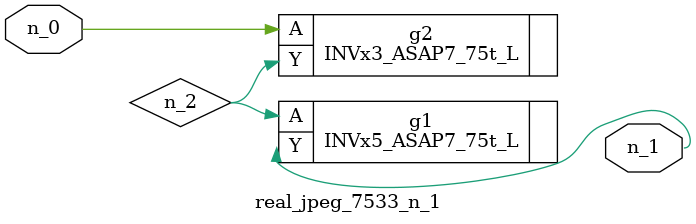
<source format=v>
module real_jpeg_7533_n_1 (n_0, n_1);

input n_0;

output n_1;

wire n_2;

INVx3_ASAP7_75t_L g2 ( 
.A(n_0),
.Y(n_2)
);

INVx5_ASAP7_75t_L g1 ( 
.A(n_2),
.Y(n_1)
);


endmodule
</source>
